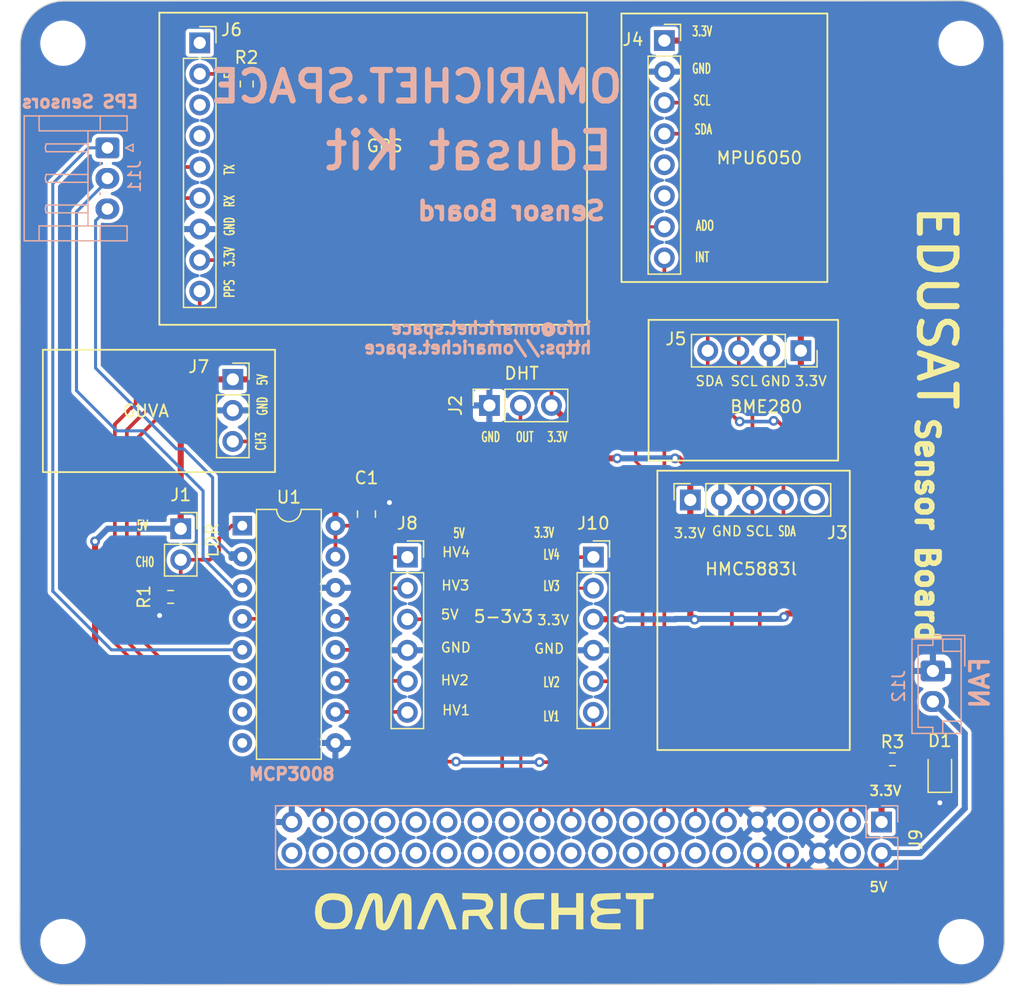
<source format=kicad_pcb>
(kicad_pcb (version 20240108) (generator "pcbnew") (generator_version "8.0")
  (layers (0 "F.Cu" signal) (31 "B.Cu" power) (34 "B.Paste" user) (35 "F.Paste" user) (36 "B.SilkS" user "B.Silkscreen") (37 "F.SilkS" user "F.Silkscreen") (38 "B.Mask" user) (39 "F.Mask" user) (44 "Edge.Cuts" user))
  (net 0 "")
  (net 1 "+5V")
  (net 2 "GND")
  (net 3 "Net-(D1-A)")
  (net 4 "CH0")
  (net 5 "DHTOUT")
  (net 6 "+3.3V")
  (net 7 "SCL")
  (net 8 "SDA")
  (net 12 "ADO")
  (net 13 "INT")
  (net 15 "/EN")
  (net 18 "TX")
  (net 19 "RX")
  (net 20 "PPS")
  (net 21 "CH3")
  (net 22 "CLK")
  (net 23 "MISO")
  (net 24 "MOSI")
  (net 25 "CS")
  (net 32 "RXO1_MOSI")
  (net 34 "RXO_MISO")
  (net 36 "TXI_CLK")
  (net 42 "OE")
  (net 50 "TXI1_CS")
  (net 53 "CH1")
  (net 54 "CH2")
  (net 55 "CH5")
  (net 56 "CH4")
  (footprint "Connector_PinSocket_2.54mm:PinSocket_1x06_P2.54mm_Vertical" (layer "F.Cu") (at 31.695 45.555)
    (property "Reference" "J8" (at 0 -2.77 0) (layer "F.SilkS"))
    (property "Value" "Conn_01x06_LLCA")
    (pad "1" thru_hole rect (at 0 0) (size 1.7 1.7) (drill 1) (layers "*.Cu" "*.Mask") (net 22 "CLK"))
    (pad "2" thru_hole oval (at 0 2.54) (size 1.7 1.7) (drill 1) (layers "*.Cu" "*.Mask") (net 23 "MISO"))
    (pad "3" thru_hole oval (at 0 5.08) (size 1.7 1.7) (drill 1) (layers "*.Cu" "*.Mask") (net 1 "+5V"))
    (pad "4" thru_hole oval (at 0 7.62) (size 1.7 1.7) (drill 1) (layers "*.Cu" "*.Mask") (net 2 "GND"))
    (pad "5" thru_hole oval (at 0 10.16) (size 1.7 1.7) (drill 1) (layers "*.Cu" "*.Mask") (net 24 "MOSI"))
    (pad "6" thru_hole oval (at 0 12.7) (size 1.7 1.7) (drill 1) (layers "*.Cu" "*.Mask") (net 25 "CS"))
  )
  (footprint "Connector_PinSocket_2.54mm:PinSocket_1x09_P2.54mm_Vertical" (layer "F.Cu") (at 14.705 3.47)
    (property "Reference" "J6" (at 2.605 -1.07 0) (layer "F.SilkS"))
    (property "Value" "Conn_01x09_GPS")
    (pad "1" thru_hole rect (at 0 0) (size 1.7 1.7) (drill 1) (layers "*.Cu" "*.Mask"))
    (pad "2" thru_hole oval (at 0 2.54) (size 1.7 1.7) (drill 1) (layers "*.Cu" "*.Mask") (net 15 "/EN"))
    (pad "3" thru_hole oval (at 0 5.08) (size 1.7 1.7) (drill 1) (layers "*.Cu" "*.Mask"))
    (pad "4" thru_hole oval (at 0 7.62) (size 1.7 1.7) (drill 1) (layers "*.Cu" "*.Mask"))
    (pad "5" thru_hole oval (at 0 10.16) (size 1.7 1.7) (drill 1) (layers "*.Cu" "*.Mask") (net 18 "TX"))
    (pad "6" thru_hole oval (at 0 12.7) (size 1.7 1.7) (drill 1) (layers "*.Cu" "*.Mask") (net 19 "RX"))
    (pad "7" thru_hole oval (at 0 15.24) (size 1.7 1.7) (drill 1) (layers "*.Cu" "*.Mask") (net 2 "GND"))
    (pad "8" thru_hole oval (at 0 17.78) (size 1.7 1.7) (drill 1) (layers "*.Cu" "*.Mask") (net 6 "+3.3V"))
    (pad "9" thru_hole oval (at 0 20.32) (size 1.7 1.7) (drill 1) (layers "*.Cu" "*.Mask") (net 20 "PPS"))
  )
  (footprint "MountingHole:MountingHole_3.2mm_M3" (layer "F.Cu") (at 77.02 77.02)
    (property "Reference" "H4" (hide yes))
    (property "Value" "MountingHole")
    (pad "" np_thru_hole circle (at 0 0) (size 3.2 3.2) (drill 3.2) (layers "*.Cu" "*.Mask"))
  )
  (footprint "Connector_PinSocket_2.54mm:PinSocket_1x03_P2.54mm_Vertical" (layer "F.Cu") (at 38.41 33.14 90)
    (property "Reference" "J2" (at 0 -2.77 90) (layer "F.SilkS"))
    (property "Value" "Conn_01x03_DHT")
    (pad "1" thru_hole rect (at 0 0 90) (size 1.7 1.7) (drill 1) (layers "*.Cu" "*.Mask") (net 2 "GND"))
    (pad "2" thru_hole oval (at 0 2.54 90) (size 1.7 1.7) (drill 1) (layers "*.Cu" "*.Mask") (net 5 "DHTOUT"))
    (pad "3" thru_hole oval (at 0 5.08 90) (size 1.7 1.7) (drill 1) (layers "*.Cu" "*.Mask") (net 6 "+3.3V"))
  )
  (footprint "Connector_PinSocket_2.54mm:PinSocket_1x08_P2.54mm_Vertical" (layer "F.Cu") (at 52.725 3.285)
    (property "Reference" "J4" (at -2.575 -0.085 0) (layer "F.SilkS"))
    (property "Value" "Conn_01x08_mpu6050")
    (pad "1" thru_hole rect (at 0 0) (size 1.7 1.7) (drill 1) (layers "*.Cu" "*.Mask") (net 6 "+3.3V"))
    (pad "2" thru_hole oval (at 0 2.54) (size 1.7 1.7) (drill 1) (layers "*.Cu" "*.Mask") (net 2 "GND"))
    (pad "3" thru_hole oval (at 0 5.08) (size 1.7 1.7) (drill 1) (layers "*.Cu" "*.Mask") (net 7 "SCL"))
    (pad "4" thru_hole oval (at 0 7.62) (size 1.7 1.7) (drill 1) (layers "*.Cu" "*.Mask") (net 8 "SDA"))
    (pad "5" thru_hole oval (at 0 10.16) (size 1.7 1.7) (drill 1) (layers "*.Cu" "*.Mask"))
    (pad "6" thru_hole oval (at 0 12.7) (size 1.7 1.7) (drill 1) (layers "*.Cu" "*.Mask"))
    (pad "7" thru_hole oval (at 0 15.24) (size 1.7 1.7) (drill 1) (layers "*.Cu" "*.Mask") (net 12 "ADO"))
    (pad "8" thru_hole oval (at 0 17.78) (size 1.7 1.7) (drill 1) (layers "*.Cu" "*.Mask") (net 13 "INT"))
  )
  (footprint "Connector_PinSocket_2.54mm:PinSocket_1x04_P2.54mm_Vertical" (layer "F.Cu") (at 63.895 28.66 -90)
    (property "Reference" "J5" (at -0.96 10.225 180) (layer "F.SilkS"))
    (property "Value" "Conn_01x04_BME280")
    (pad "1" thru_hole rect (at 0 0 270) (size 1.7 1.7) (drill 1) (layers "*.Cu" "*.Mask") (net 6 "+3.3V"))
    (pad "2" thru_hole oval (at 0 2.54 270) (size 1.7 1.7) (drill 1) (layers "*.Cu" "*.Mask") (net 2 "GND"))
    (pad "3" thru_hole oval (at 0 5.08 270) (size 1.7 1.7) (drill 1) (layers "*.Cu" "*.Mask") (net 7 "SCL"))
    (pad "4" thru_hole oval (at 0 7.62 270) (size 1.7 1.7) (drill 1) (layers "*.Cu" "*.Mask") (net 8 "SDA"))
  )
  (footprint "MountingHole:MountingHole_3.2mm_M3" (layer "F.Cu") (at 3.51 3.5)
    (property "Reference" "H1" (hide yes))
    (property "Value" "MountingHole")
    (pad "" np_thru_hole circle (at 0 0) (size 3.2 3.2) (drill 3.2) (layers "*.Cu" "*.Mask"))
  )
  (footprint "Resistor_SMD:R_0603_1608Metric" (layer "F.Cu") (at 18.55 6.835 -90)
    (property "Reference" "R2" (at -2.165 0.02 180) (layer "F.SilkS"))
    (property "Value" "10K")
    (pad "1" smd roundrect (at -0.825 0 270) (size 0.8 0.95) (layers "F.Cu" "F.Paste" "F.Mask") (net 15 "/EN"))
    (pad "2" smd roundrect (at 0.825 0 270) (size 0.8 0.95) (layers "F.Cu" "F.Paste" "F.Mask") (net 6 "+3.3V"))
  )
  (footprint "Connector_PinSocket_2.54mm:PinSocket_1x02_P2.54mm_Vertical" (layer "F.Cu") (at 13.15 43.23)
    (property "Reference" "J1" (at 0 -2.77 0) (layer "F.SilkS"))
    (property "Value" "Conn_01x02_Light")
    (pad "1" thru_hole rect (at 0 0) (size 1.7 1.7) (drill 1) (layers "*.Cu" "*.Mask") (net 1 "+5V"))
    (pad "2" thru_hole oval (at 0 2.54) (size 1.7 1.7) (drill 1) (layers "*.Cu" "*.Mask") (net 4 "CH0"))
  )
  (footprint "MountingHole:MountingHole_3.2mm_M3" (layer "F.Cu") (at 77.01 3.51)
    (property "Reference" "H2" (hide yes))
    (property "Value" "MountingHole")
    (pad "" np_thru_hole circle (at 0 0) (size 3.2 3.2) (drill 3.2) (layers "*.Cu" "*.Mask"))
  )
  (footprint "LED_SMD:LED_0805_2012Metric" (layer "F.Cu") (at 75.268 63.116 90)
    (property "Reference" "D1" (at 2.54 0 180) (layer "F.SilkS"))
    (property "Value" "LED")
    (pad "1" smd roundrect (at -0.9375 0 90) (size 0.975 1.4) (layers "F.Cu" "F.Paste" "F.Mask") (net 2 "GND"))
    (pad "2" smd roundrect (at 0.9375 0 90) (size 0.975 1.4) (layers "F.Cu" "F.Paste" "F.Mask") (net 3 "Net-(D1-A)"))
  )
  (footprint "Capacitor_SMD:C_0805_2012Metric" (layer "F.Cu") (at 28.35 42.03 90)
    (property "Reference" "C1" (at 2.96 0 0) (layer "F.SilkS"))
    (property "Value" "100n")
    (pad "1" smd roundrect (at -0.95 0 90) (size 1 1.45) (layers "F.Cu" "F.Paste" "F.Mask") (net 1 "+5V"))
    (pad "2" smd roundrect (at 0.95 0 90) (size 1 1.45) (layers "F.Cu" "F.Paste" "F.Mask") (net 2 "GND"))
  )
  (footprint "LOGO" (layer "F.Cu") (at 37.97 74.49)
    (property "Reference" "G***" (hide yes))
    (property "Value" "LOGO" (hide yes))
  )
  (footprint "MountingHole:MountingHole_3.2mm_M3" (layer "F.Cu") (at 3.51 77.01)
    (property "Reference" "H3" (hide yes))
    (property "Value" "MountingHole")
    (pad "" np_thru_hole circle (at 0 0) (size 3.2 3.2) (drill 3.2) (layers "*.Cu" "*.Mask"))
  )
  (footprint "Package_DIP:DIP-16_W7.62mm" (layer "F.Cu") (at 18.19 42.98)
    (property "Reference" "U1" (at 3.81 -2.33 0) (layer "F.SilkS"))
    (property "Value" "MCP3008")
    (pad "1" thru_hole rect (at 0 0) (size 1.6 1.6) (drill 0.8) (layers "*.Cu" "*.Mask") (net 4 "CH0"))
    (pad "2" thru_hole oval (at 0 2.54) (size 1.6 1.6) (drill 0.8) (layers "*.Cu" "*.Mask") (net 53 "CH1"))
    (pad "3" thru_hole oval (at 0 5.08) (size 1.6 1.6) (drill 0.8) (layers "*.Cu" "*.Mask") (net 54 "CH2"))
    (pad "4" thru_hole oval (at 0 7.62) (size 1.6 1.6) (drill 0.8) (layers "*.Cu" "*.Mask") (net 21 "CH3"))
    (pad "5" thru_hole oval (at 0 10.16) (size 1.6 1.6) (drill 0.8) (layers "*.Cu" "*.Mask") (net 56 "CH4"))
    (pad "6" thru_hole oval (at 0 12.7) (size 1.6 1.6) (drill 0.8) (layers "*.Cu" "*.Mask") (net 55 "CH5"))
    (pad "7" thru_hole oval (at 0 15.24) (size 1.6 1.6) (drill 0.8) (layers "*.Cu" "*.Mask"))
    (pad "8" thru_hole oval (at 0 17.78) (size 1.6 1.6) (drill 0.8) (layers "*.Cu" "*.Mask"))
    (pad "9" thru_hole oval (at 7.62 17.78) (size 1.6 1.6) (drill 0.8) (layers "*.Cu" "*.Mask") (net 2 "GND"))
    (pad "10" thru_hole oval (at 7.62 15.24) (size 1.6 1.6) (drill 0.8) (layers "*.Cu" "*.Mask") (net 25 "CS"))
    (pad "11" thru_hole oval (at 7.62 12.7) (size 1.6 1.6) (drill 0.8) (layers "*.Cu" "*.Mask") (net 24 "MOSI"))
    (pad "12" thru_hole oval (at 7.62 10.16) (size 1.6 1.6) (drill 0.8) (layers "*.Cu" "*.Mask") (net 23 "MISO"))
    (pad "13" thru_hole oval (at 7.62 7.62) (size 1.6 1.6) (drill 0.8) (layers "*.Cu" "*.Mask") (net 22 "CLK"))
    (pad "14" thru_hole oval (at 7.62 5.08) (size 1.6 1.6) (drill 0.8) (layers "*.Cu" "*.Mask") (net 2 "GND"))
    (pad "15" thru_hole oval (at 7.62 2.54) (size 1.6 1.6) (drill 0.8) (layers "*.Cu" "*.Mask") (net 1 "+5V"))
    (pad "16" thru_hole oval (at 7.62 0) (size 1.6 1.6) (drill 0.8) (layers "*.Cu" "*.Mask") (net 1 "+5V"))
  )
  (footprint "Resistor_SMD:R_0603_1608Metric" (layer "F.Cu") (at 12.325 48.81 180)
    (property "Reference" "R1" (at 2.185 0 90) (layer "F.SilkS"))
    (property "Value" "10k")
    (pad "1" smd roundrect (at -0.825 0 180) (size 0.8 0.95) (layers "F.Cu" "F.Paste" "F.Mask") (net 4 "CH0"))
    (pad "2" smd roundrect (at 0.825 0 180) (size 0.8 0.95) (layers "F.Cu" "F.Paste" "F.Mask") (net 2 "GND"))
  )
  (footprint "Connector_PinSocket_2.54mm:PinSocket_1x06_P2.54mm_Vertical" (layer "F.Cu") (at 46.915 45.555)
    (property "Reference" "J10" (at 0 -2.77 0) (layer "F.SilkS"))
    (property "Value" "Conn_01x06_LLCB")
    (pad "1" thru_hole rect (at 0 0) (size 1.7 1.7) (drill 1) (layers "*.Cu" "*.Mask") (net 36 "TXI_CLK"))
    (pad "2" thru_hole oval (at 0 2.54) (size 1.7 1.7) (drill 1) (layers "*.Cu" "*.Mask") (net 34 "RXO_MISO"))
    (pad "3" thru_hole oval (at 0 5.08) (size 1.7 1.7) (drill 1) (layers "*.Cu" "*.Mask") (net 6 "+3.3V"))
    (pad "4" thru_hole oval (at 0 7.62) (size 1.7 1.7) (drill 1) (layers "*.Cu" "*.Mask") (net 2 "GND"))
    (pad "5" thru_hole oval (at 0 10.16) (size 1.7 1.7) (drill 1) (layers "*.Cu" "*.Mask") (net 32 "RXO1_MOSI"))
    (pad "6" thru_hole oval (at 0 12.7) (size 1.7 1.7) (drill 1) (layers "*.Cu" "*.Mask") (net 50 "TXI1_CS"))
  )
  (footprint "Connector_PinSocket_2.54mm:PinSocket_1x03_P2.54mm_Vertical" (layer "F.Cu") (at 17.41 31.005)
    (property "Reference" "J7" (at -2.79 -1.035 0) (layer "F.SilkS"))
    (property "Value" "Conn_01x03_GUVA-S12SD")
    (pad "1" thru_hole rect (at 0 0) (size 1.7 1.7) (drill 1) (layers "*.Cu" "*.Mask") (net 1 "+5V"))
    (pad "2" thru_hole oval (at 0 2.54) (size 1.7 1.7) (drill 1) (layers "*.Cu" "*.Mask") (net 2 "GND"))
    (pad "3" thru_hole oval (at 0 5.08) (size 1.7 1.7) (drill 1) (layers "*.Cu" "*.Mask") (net 21 "CH3"))
  )
  (footprint "Resistor_SMD:R_0603_1608Metric" (layer "F.Cu") (at 71.395 62.1)
    (property "Reference" "R3" (at 0 -1.43 0) (layer "F.SilkS"))
    (property "Value" "R")
    (pad "1" smd roundrect (at -0.825 0) (size 0.8 0.95) (layers "F.Cu" "F.Paste" "F.Mask") (net 6 "+3.3V"))
    (pad "2" smd roundrect (at 0.825 0) (size 0.8 0.95) (layers "F.Cu" "F.Paste" "F.Mask") (net 3 "Net-(D1-A)"))
  )
  (footprint "Connector_PinSocket_2.54mm:PinSocket_1x05_P2.54mm_Vertical" (layer "F.Cu") (at 54.85 40.87 90)
    (property "Reference" "J3" (at -2.688 12.036 180) (layer "F.SilkS"))
    (property "Value" "Conn_01x05_HMC5883L")
    (pad "1" thru_hole rect (at 0 0 90) (size 1.7 1.7) (drill 1) (layers "*.Cu" "*.Mask") (net 6 "+3.3V"))
    (pad "2" thru_hole oval (at 0 2.54 90) (size 1.7 1.7) (drill 1) (layers "*.Cu" "*.Mask") (net 2 "GND"))
    (pad "3" thru_hole oval (at 0 5.08 90) (size 1.7 1.7) (drill 1) (layers "*.Cu" "*.Mask") (net 7 "SCL"))
    (pad "4" thru_hole oval (at 0 7.62 90) (size 1.7 1.7) (drill 1) (layers "*.Cu" "*.Mask") (net 8 "SDA"))
    (pad "5" thru_hole oval (at 0 10.16 90) (size 1.7 1.7) (drill 1) (layers "*.Cu" "*.Mask"))
  )
  (footprint "Connector_JST:JST_EH_B2B-EH-A_1x02_P2.50mm_Vertical" (layer "B.Cu") (at 74.7 54.87 -90)
    (property "Reference" "J12" (at 1.25 2.8 90) (layer "B.SilkS") (effects (justify mirror)))
    (property "Value" "Conn_01x02_Pin")
    (pad "1" thru_hole roundrect (at 0 0 270) (size 1.7 2) (drill 1) (layers "*.Cu" "*.Mask") (roundrect_rratio 0.1470588235) (net 2 "GND"))
    (pad "2" thru_hole oval (at 2.5 0 270) (size 1.7 2) (drill 1) (layers "*.Cu" "*.Mask") (net 1 "+5V"))
  )
  (footprint "Connector_JST:JST_EH_S3B-EH_1x03_P2.50mm_Horizontal" (layer "B.Cu") (at 7.15 12.06 -90)
    (property "Reference" "J11" (at 2.34 -2.22 90) (layer "B.SilkS") (effects (justify mirror)))
    (property "Value" "Conn_01x03_Pin")
    (pad "1" thru_hole roundrect (at 0 0 270) (size 1.7 1.95) (drill 0.95) (layers "*.Cu" "*.Mask") (roundrect_rratio 0.1470588235) (net 56 "CH4"))
    (pad "2" thru_hole oval (at 2.5 0 270) (size 1.7 1.95) (drill 0.95) (layers "*.Cu" "*.Mask") (net 54 "CH2"))
    (pad "3" thru_hole oval (at 5 0 270) (size 1.7 1.95) (drill 0.95) (layers "*.Cu" "*.Mask") (net 53 "CH1"))
  )
  (footprint "Connector_PinSocket_2.54mm:PinSocket_2x20_P2.54mm_Vertical" (layer "B.Cu") (at 70.5 67.23 90)
    (property "Reference" "J9" (at -1.42 2.8 -90) (layer "F.SilkS"))
    (property "Value" "Conn_02x20_Odd_Even")
    (pad "1" thru_hole rect (at 0 0 90) (size 1.7 1.7) (drill 1) (layers "*.Cu" "*.Mask") (net 6 "+3.3V"))
    (pad "2" thru_hole oval (at -2.54 0 90) (size 1.7 1.7) (drill 1) (layers "*.Cu" "*.Mask") (net 1 "+5V"))
    (pad "3" thru_hole oval (at 0 -2.54 90) (size 1.7 1.7) (drill 1) (layers "*.Cu" "*.Mask") (net 8 "SDA"))
    (pad "4" thru_hole oval (at -2.54 -2.54 90) (size 1.7 1.7) (drill 1) (layers "*.Cu" "*.Mask"))
    (pad "5" thru_hole oval (at 0 -5.08 90) (size 1.7 1.7) (drill 1) (layers "*.Cu" "*.Mask") (net 7 "SCL"))
    (pad "6" thru_hole circle (at -2.54 -5.08 90) (size 1.7 1.7) (drill 1) (layers "*.Cu" "*.Mask") (net 2 "GND"))
    (pad "7" thru_hole oval (at 0 -7.62 90) (size 1.7 1.7) (drill 1) (layers "*.Cu" "*.Mask"))
    (pad "8" thru_hole oval (at -2.54 -7.62 90) (size 1.7 1.7) (drill 1) (layers "*.Cu" "*.Mask") (net 18 "TX"))
    (pad "9" thru_hole oval (at 0 -10.16 90) (size 1.7 1.7) (drill 1) (layers "*.Cu" "*.Mask") (net 2 "GND"))
    (pad "10" thru_hole oval (at -2.54 -10.16 90) (size 1.7 1.7) (drill 1) (layers "*.Cu" "*.Mask") (net 19 "RX"))
    (pad "11" thru_hole oval (at 0 -12.7 90) (size 1.7 1.7) (drill 1) (layers "*.Cu" "*.Mask") (net 13 "INT"))
    (pad "12" thru_hole oval (at -2.54 -12.7 90) (size 1.7 1.7) (drill 1) (layers "*.Cu" "*.Mask"))
    (pad "13" thru_hole oval (at 0 -15.24 90) (size 1.7 1.7) (drill 1) (layers "*.Cu" "*.Mask") (net 12 "ADO"))
    (pad "14" thru_hole oval (at -2.54 -15.24 90) (size 1.7 1.7) (drill 1) (layers "*.Cu" "*.Mask"))
    (pad "15" thru_hole oval (at 0 -17.78 90) (size 1.7 1.7) (drill 1) (layers "*.Cu" "*.Mask") (net 5 "DHTOUT"))
    (pad "16" thru_hole oval (at -2.54 -17.78 90) (size 1.7 1.7) (drill 1) (layers "*.Cu" "*.Mask") (net 20 "PPS"))
    (pad "17" thru_hole oval (at 0 -20.32 90) (size 1.7 1.7) (drill 1) (layers "*.Cu" "*.Mask"))
    (pad "18" thru_hole oval (at -2.54 -20.32 90) (size 1.7 1.7) (drill 1) (layers "*.Cu" "*.Mask"))
    (pad "19" thru_hole oval (at 0 -22.86 90) (size 1.7 1.7) (drill 1) (layers "*.Cu" "*.Mask") (net 32 "RXO1_MOSI"))
    (pad "20" thru_hole oval (at -2.54 -22.86 90) (size 1.7 1.7) (drill 1) (layers "*.Cu" "*.Mask"))
    (pad "21" thru_hole oval (at 0 -25.4 90) (size 1.7 1.7) (drill 1) (layers "*.Cu" "*.Mask") (net 34 "RXO_MISO"))
    (pad "22" thru_hole oval (at -2.54 -25.4 90) (size 1.7 1.7) (drill 1) (layers "*.Cu" "*.Mask"))
    (pad "23" thru_hole oval (at 0 -27.94 90) (size 1.7 1.7) (drill 1) (layers "*.Cu" "*.Mask") (net 36 "TXI_CLK"))
    (pad "24" thru_hole oval (at -2.54 -27.94 90) (size 1.7 1.7) (drill 1) (layers "*.Cu" "*.Mask"))
    (pad "25" thru_hole oval (at 0 -30.48 90) (size 1.7 1.7) (drill 1) (layers "*.Cu" "*.Mask"))
    (pad "26" thru_hole oval (at -2.54 -30.48 90) (size 1.7 1.7) (drill 1) (layers "*.Cu" "*.Mask"))
    (pad "27" thru_hole oval (at 0 -33.02 90) (size 1.7 1.7) (drill 1) (layers "*.Cu" "*.Mask"))
    (pad "28" thru_hole oval (at -2.54 -33.02 90) (size 1.7 1.7) (drill 1) (layers "*.Cu" "*.Mask"))
    (pad "29" thru_hole oval (at 0 -35.56 90) (size 1.7 1.7) (drill 1) (layers "*.Cu" "*.Mask") (net 42 "OE"))
    (pad "30" thru_hole oval (at -2.54 -35.56 90) (size 1.7 1.7) (drill 1) (layers "*.Cu" "*.Mask"))
    (pad "31" thru_hole oval (at 0 -38.1 90) (size 1.7 1.7) (drill 1) (layers "*.Cu" "*.Mask"))
    (pad "32" thru_hole oval (at -2.54 -38.1 90) (size 1.7 1.7) (drill 1) (layers "*.Cu" "*.Mask"))
    (pad "33" thru_hole oval (at 0 -40.64 90) (size 1.7 1.7) (drill 1) (layers "*.Cu" "*.Mask"))
    (pad "34" thru_hole oval (at -2.54 -40.64 90) (size 1.7 1.7) (drill 1) (layers "*.Cu" "*.Mask"))
    (pad "35" thru_hole oval (at 0 -43.18 90) (size 1.7 1.7) (drill 1) (layers "*.Cu" "*.Mask"))
    (pad "36" thru_hole oval (at -2.54 -43.18 90) (size 1.7 1.7) (drill 1) (layers "*.Cu" "*.Mask"))
    (pad "37" thru_hole oval (at 0 -45.72 90) (size 1.7 1.7) (drill 1) (layers "*.Cu" "*.Mask") (net 50 "TXI1_CS"))
    (pad "38" thru_hole oval (at -2.54 -45.72 90) (size 1.7 1.7) (drill 1) (layers "*.Cu" "*.Mask"))
    (pad "39" thru_hole oval (at 0 -48.26 90) (size 1.7 1.7) (drill 1) (layers "*.Cu" "*.Mask") (net 2 "GND"))
    (pad "40" thru_hole oval (at -2.54 -48.26 90) (size 1.7 1.7) (drill 1) (layers "*.Cu" "*.Mask"))
  )
  (gr_rect (start 51.435 26.14) (end 66.945 37.65) (stroke (width 0.15)) (fill none) (layer "F.SilkS"))
  (gr_rect (start 1.87 28.585) (end 20.87 38.595) (stroke (width 0.15)) (fill none) (layer "F.SilkS"))
  (gr_rect (start 52.154 38.478) (end 67.902 61.338) (stroke (width 0.15)) (fill none) (layer "F.SilkS"))
  (gr_rect (start 49.215 1.07) (end 66.065 23.04) (stroke (width 0.15)) (fill none) (layer "F.SilkS"))
  (gr_rect (start 11.4 1) (end 46.4 26.54) (stroke (width 0.15)) (fill none) (layer "F.SilkS"))
  (gr_line (start 0.02 3.67) (end -0.02 76.95) (stroke (width 0.1)) (layer "Edge.Cuts"))
  (gr_arc (start 80.55 77.01) (mid 79.527803 79.477803) (end 77.06 80.5) (stroke (width 0.1)) (layer "Edge.Cuts"))
  (gr_line (start 80.489215 3.654059) (end 80.55 77.01) (stroke (width 0.1)) (layer "Edge.Cuts"))
  (gr_line (start 3.57 80.54) (end 77.06 80.5) (stroke (width 0.1)) (layer "Edge.Cuts"))
  (gr_arc (start 76.859232 0.012821) (mid 79.429972 1.080012) (end 80.489215 3.654059) (stroke (width 0.1)) (layer "Edge.Cuts"))
  (gr_line (start 3.661238 0.040017) (end 73.23 0.03) (stroke (width 0.1)) (layer "Edge.Cuts"))
  (gr_arc (start 3.57 80.54) (mid 1.031487 79.488513) (end -0.02 76.95) (stroke (width 0.1)) (layer "Edge.Cuts"))
  (gr_line (start 73.23 0.03) (end 76.859232 0.012821) (stroke (width 0.1)) (layer "Edge.Cuts"))
  (gr_arc (start 0.02 3.67) (mid 1.087179 1.099232) (end 3.661238 0.040017) (stroke (width 0.1)) (layer "Edge.Cuts"))
  (gr_text "OMARICHET.SPACE" (at 49.55 8.52 0) (layer "B.SilkS") (effects (font (size 2.5 2.5) (thickness 0.5) (bold yes)) (justify left bottom mirror)))
  (gr_text "EPS Sensors" (at 9.8 8.88 0) (layer "B.SilkS") (effects (font (size 1 1) (thickness 0.25) (bold yes)) (justify left bottom mirror)))
  (gr_text "info@omarichet.space\nhttps://omarichet.space" (at 46.91 29 0) (layer "B.SilkS") (effects (font (size 1 1) (thickness 0.25) (bold yes)) (justify left bottom mirror)))
  (gr_text "FAN" (at 79.42 53.57 90) (layer "B.SilkS") (effects (font (size 1.5 1.5) (thickness 0.3) (bold yes)) (justify left bottom mirror)))
  (gr_text "Edusat Kit" (at 48.8 14.06 0) (layer "B.SilkS") (effects (font (size 3 3) (thickness 0.5) (bold yes)) (justify left bottom mirror)))
  (gr_text "Sensor Board" (at 48.05 18.1 0) (layer "B.SilkS") (effects (font (size 1.5 1.5) (thickness 0.375) (bold yes)) (justify left bottom mirror)))
  (gr_text "MCP3008" (at 18.6 63.9 0) (layer "B.SilkS") (effects (font (size 1 1) (thickness 0.25) (bold yes)) (justify left bottom)))
  (gr_text "5V" (at 69.426 73.022 0) (layer "F.SilkS") (effects (font (size 0.8 0.8)) (justify left bottom)))
  (gr_text "RX" (at 17.61 16.99 90) (layer "F.SilkS") (effects (font (size 0.8 0.5) (thickness 0.125)) (justify left bottom)))
  (gr_text "INT" (at 55.17 21.48 0) (layer "F.SilkS") (effects (font (size 0.8 0.5) (thickness 0.125)) (justify left bottom)))
  (gr_text "GND" (at 34.36 53.42 0) (layer "F.SilkS") (effects (font (size 0.8 0.8) (thickness 0.125)) (justify left bottom)))
  (gr_text "5-3v3" (at 37.04 51 0) (layer "F.SilkS") (effects (font (size 1 1)) (justify left bottom)))
  (gr_text "GND" (at 60.536 31.62 0) (layer "F.SilkS") (effects (font (size 0.8 0.8) (thickness 0.125)) (justify left bottom)))
  (gr_text "EDUSAT" (at 73.24 16.54 270) (layer "F.SilkS") (effects (font (size 3 3) (thickness 0.5) (bold yes)) (justify left bottom)))
  (gr_text "GND" (at 37.67 36.192 0) (layer "F.SilkS") (effects (font (size 0.8 0.5) (thickness 0.125)) (justify left bottom)))
  (gr_text "3.3V" (at 41.994 44.02 0) (layer "F.SilkS") (effects (font (size 0.8 0.5) (thickness 0.125)) (justify left bottom)))
  (gr_text "CH0" (at 9.39 46.42 0) (layer "F.SilkS") (effects (font (size 0.8 0.5) (thickness 0.125)) (justify left bottom)))
  (gr_text "5V" (at 9.49 43.43 0) (layer "F.SilkS") (effects (font (size 0.8 0.5) (thickness 0.125)) (justify left bottom)))
  (gr_text "5V" (at 34.36 50.72 0) (layer "F.SilkS") (effects (font (size 0.8 0.8) (thickness 0.125)) (justify left bottom)))
  (gr_text "3.3V" (at 53.424 44.066 0) (layer "F.SilkS") (effects (font (size 0.8 0.8) (thickness 0.125)) (justify left bottom)))
  (gr_text "LV2" (at 42.756 56.258 0) (layer "F.SilkS") (effects (font (size 0.8 0.5) (thickness 0.125)) (justify left bottom)))
  (gr_text "3.3V" (at 43.08 36.192 0) (layer "F.SilkS") (effects (font (size 0.8 0.5) (thickness 0.125)) (justify left bottom)))
  (gr_text "MPU6050" (at 56.9 13.47 0) (layer "F.SilkS") (effects (font (size 1 1)) (justify left bottom)))
  (gr_text "SCL" (at 55.03 8.65 0) (layer "F.SilkS") (effects (font (size 0.8 0.5) (thickness 0.125)) (justify left bottom)))
  (gr_text "LV4" (at 42.756 45.82 0) (layer "F.SilkS") (effects (font (size 0.8 0.5) (thickness 0.125)) (justify left bottom)))
  (gr_text "3.3V" (at 54.93 3 0) (layer "F.SilkS") (effects (font (size 0.8 0.5) (thickness 0.125)) (justify left bottom)))
  (gr_text "GND" (at 17.61 19.34 90) (layer "F.SilkS") (effects (font (size 0.8 0.5) (thickness 0.125)) (justify left bottom)))
  (gr_text "GND" (at 56.54 43.9 0) (layer "F.SilkS") (effects (font (size 0.8 0.8) (thickness 0.125)) (justify left bottom)))
  (gr_text "OUT" (at 40.51 36.192 0) (layer "F.SilkS") (effects (font (size 0.8 0.5) (thickness 0.125)) (justify left bottom)))
  (gr_text "HMC5883l" (at 55.964 47.114 0) (layer "F.SilkS") (effects (font (size 1 1)) (justify left bottom)))
  (gr_text "BME280" (at 58.02 33.83 0) (layer "F.SilkS") (effects (font (size 1 1)) (justify left bottom)))
  (gr_text "LDR" (at 16.31 45.67 90) (layer "F.SilkS") (effects (font (size 1 1)) (justify left bottom)))
  (gr_text "3.3V" (at 17.61 21.87 90) (layer "F.SilkS") (effects (font (size 0.8 0.5) (thickness 0.125)) (justify left bottom)))
  (gr_text "HV3" (at 34.4 48.34 0) (layer "F.SilkS") (effects (font (size 0.8 0.8) (thickness 0.125)) (justify left bottom)))
  (gr_text "5V" (at 20.31 31.57 90) (layer "F.SilkS") (effects (font (size 0.8 0.5) (thickness 0.125)) (justify left bottom)))
  (gr_text "LV3" (at 42.756 48.384 0) (layer "F.SilkS") (effects (font (size 0.8 0.5) (thickness 0.125)) (justify left bottom)))
  (gr_text "EN" (at 17.61 6.474 90) (layer "F.SilkS") (effects (font (size 0.8 0.5) (thickness 0.125)) (justify left bottom)))
  (gr_text "3.3V" (at 63.33 31.62 0) (layer "F.SilkS") (effects (font (size 0.8 0.8) (thickness 0.125)) (justify left bottom)))
  (gr_text "TX" (at 17.61 14.36 90) (layer "F.SilkS") (effects (font (size 0.8 0.5) (thickness 0.125)) (justify left bottom)))
  (gr_text "GPS" (at 28.26 12.49 0) (layer "F.SilkS") (effects (font (size 1 1)) (justify left bottom)))
  (gr_text "DHT" (at 39.54 31.1 0) (layer "F.SilkS") (effects (font (size 1 1)) (justify left bottom)))
  (gr_text "SDA" (at 55.202 31.62 0) (layer "F.SilkS") (effects (font (size 0.8 0.8) (thickness 0.125)) (justify left bottom)))
  (gr_text "SCL" (at 58.07 31.62 0) (layer "F.SilkS") (effects (font (size 0.8 0.8) (thickness 0.125)) (justify left bottom)))
  (gr_text "Sensor Board" (at 73.17 33.93 270) (layer "F.SilkS") (effects (font (size 1.8 1.8) (thickness 0.45) (bold yes)) (justify left bottom)))
  (gr_text "SCL" (at 59.3 43.9 0) (layer "F.SilkS") (effects (font (size 0.8 0.8) (thickness 0.125)) (justify left bottom)))
  (gr_text "GND" (at 54.93 6.05 0) (layer "F.SilkS") (effects (font (size 0.8 0.5) (thickness 0.125)) (justify left bottom)))
  (gr_text "HV1" (at 34.46 58.55 0) (layer "F.SilkS") (effects (font (size 0.8 0.8) (thickness 0.125)) (justify left bottom)))
  (gr_text "PPS" (at 17.61 24.4 90) (layer "F.SilkS") (effects (font (size 0.8 0.5) (thickness 0.125)) (justify left bottom)))
  (gr_text "ADO" (at 55.24 18.9 0) (layer "F.SilkS") (effects (font (size 0.8 0.5) (thickness 0.125)) (justify left bottom)))
  (gr_text "GND" (at 41.994 53.51 0) (layer "F.SilkS") (effects (font (size 0.8 0.8) (thickness 0.125)) (justify left bottom)))
  (gr_text "CH3" (at 20.18 36.91 90) (layer "F.SilkS") (effects (font (size 0.8 0.5) (thickness 0.125)) (justify left bottom)))
  (gr_text "SDA" (at 55.13 11.02 0) (layer "F.SilkS") (effects (font (size 0.8 0.5) (thickness 0.125)) (justify left bottom)))
  (gr_text "HV2" (at 34.35 56.1 0) (layer "F.SilkS") (effects (font (size 0.8 0.8) (thickness 0.125)) (justify left bottom)))
  (gr_text "HV4" (at 34.46 45.62 0) (layer "F.SilkS") (effects (font (size 0.8 0.8) (thickness 0.125)) (justify left bottom)))
  (gr_text "LV1" (at 42.756 59.052 0) (layer "F.SilkS") (effects (font (size 0.8 0.5) (thickness 0.125)) (justify left bottom)))
  (gr_text "GUVA" (at 8.32 34.18 0) (layer "F.SilkS") (effects (font (size 1 1)) (justify left bottom)))
  (gr_text "3.3V" (at 69.426 65.148 0) (layer "F.SilkS") (effects (font (size 0.8 0.8)) (justify left bottom)))
  (gr_text "GND" (at 20.31 34.04 90) (layer "F.SilkS") (effects (font (size 0.8 0.5) (thickness 0.125)) (justify left bottom)))
  (gr_text "SDA" (at 61.98 43.91 0) (layer "F.SilkS") (effects (font (size 0.8 0.5) (thickness 0.125)) (justify left bottom)))
  (gr_text "5V" (at 35.39 44.066 0) (layer "F.SilkS") (effects (font (size 0.8 0.5) (thickness 0.125)) (justify left bottom)))
  (gr_text "3.3V" (at 42.248 51.178 0) (layer "F.SilkS") (effects (font (size 0.8 0.8) (thickness 0.125)) (justify left bottom)))
  (segment (start 66.792 75.91) (end 70.5 72.202) (width 0.5) (layer "F.Cu") (net 1))
  (segment (start 6.14 54.2) (end 8.23 56.29) (width 0.5) (layer "F.Cu") (net 1))
  (segment (start 35.75 49.03) (end 34.145 50.635) (width 0.3) (layer "F.Cu") (net 1))
  (segment (start 25.81 42.98) (end 28.35 42.98) (width 0.3) (layer "F.Cu") (net 1))
  (segment (start 17.41 31.005) (end 15.195 31.005) (width 0.5) (layer "F.Cu") (net 1))
  (segment (start 12.91 75.91) (end 66.792 75.91) (width 0.5) (layer "F.Cu") (net 1))
  (segment (start 21.225 31.005) (end 25.81 35.59) (width 0.5) (layer "F.Cu") (net 1))
  (segment (start 17.41 31.005) (end 21.225 31.005) (width 0.5) (layer "F.Cu") (net 1))
  (segment (start 25.81 35.59) (end 25.81 42.98) (width 0.5) (layer "F.Cu") (net 1))
  (segment (start 28.35 42.98) (end 34.7 42.98) (width 0.3) (layer "F.Cu") (net 1))
  (segment (start 25.81 42.98) (end 25.81 45.52) (width 0.3) (layer "F.Cu") (net 1))
  (segment (start 8.23 56.29) (end 8.23 71.23) (width 0.5) (layer "F.Cu") (net 1))
  (segment (start 6.14 44.26) (end 6.14 53.34) (width 0.5) (layer "F.Cu") (net 1))
  (segment (start 8.23 71.23) (end 12.91 75.91) (width 0.5) (layer "F.Cu") (net 1))
  (segment (start 34.7 42.98) (end 35.75 44.03) (width 0.3) (layer "F.Cu") (net 1))
  (segment (start 70.5 72.202) (end 70.5 69.77) (width 0.5) (layer "F.Cu") (net 1))
  (segment (start 15.195 31.005) (end 13.15 33.05) (width 0.5) (layer "F.Cu") (net 1))
  (segment (start 34.145 50.635) (end 31.695 50.635) (width 0.3) (layer "F.Cu") (net 1))
  (segment (start 35.75 44.03) (end 35.75 49.03) (width 0.3) (layer "F.Cu") (net 1))
  (segment (start 6.14 53.34) (end 6.14 54.2) (width 0.5) (layer "F.Cu") (net 1))
  (segment (start 13.15 33.05) (end 13.15 43.23) (width 0.5) (layer "F.Cu") (net 1))
  (via (at 6.14 44.26) (size 0.8) (drill 0.4) (layers "F.Cu" "B.Cu") (net 1))
  (segment (start 74.7 57.37) (end 77.31 59.98) (width 0.5) (layer "B.Cu") (net 1))
  (segment (start 6.14 44.26) (end 7.17 43.23) (width 0.5) (layer "B.Cu") (net 1))
  (segment (start 77.31 59.98) (end 77.31 66.12) (width 0.5) (layer "B.Cu") (net 1))
  (segment (start 77.31 66.12) (end 73.66 69.77) (width 0.5) (layer "B.Cu") (net 1))
  (segment (start 73.66 69.77) (end 70.5 69.77) (width 0.5) (layer "B.Cu") (net 1))
  (segment (start 7.17 43.23) (end 13.15 43.23) (width 0.5) (layer "B.Cu") (net 1))
  (segment (start 30.22 41.08) (end 30.23 41.09) (width 0.3) (layer "F.Cu") (net 2))
  (segment (start 75.268 64.0535) (end 75.268 65.656) (width 0.25) (layer "F.Cu") (net 2))
  (segment (start 11.5 48.81) (end 11.5 50.25) (width 0.3) (layer "F.Cu") (net 2))
  (segment (start 28.35 41.08) (end 30.22 41.08) (width 0.3) (layer "F.Cu") (net 2))
  (segment (start 11.5 50.25) (end 11.42 50.33) (width 0.3) (layer "F.Cu") (net 2))
  (via (at 11.42 50.33) (size 0.8) (drill 0.4) (layers "F.Cu" "B.Cu") (net 2))
  (via (at 30.23 41.09) (size 0.8) (drill 0.4) (layers "F.Cu" "B.Cu") (net 2))
  (via (at 75.268 65.656) (size 0.8) (drill 0.4) (layers "F.Cu" "B.Cu") (net 2))
  (segment (start 72.22 62.1) (end 75.1895 62.1) (width 0.25) (layer "F.Cu") (net 3))
  (segment (start 75.1895 62.1) (end 75.268 62.1785) (width 0.25) (layer "F.Cu") (net 3))
  (segment (start 13.15 45.77) (end 13.15 48.81) (width 0.3) (layer "F.Cu") (net 4))
  (segment (start 16.29 45.02) (end 15.54 45.77) (width 0.3) (layer "F.Cu") (net 4))
  (segment (start 18.19 42.98) (end 17.33 42.98) (width 0.3) (layer "F.Cu") (net 4))
  (segment (start 15.54 45.77) (end 13.15 45.77) (width 0.3) (layer "F.Cu") (net 4))
  (segment (start 16.29 44.02) (end 16.29 45.02) (width 0.3) (layer "F.Cu") (net 4))
  (segment (start 17.33 42.98) (end 16.29 44.02) (width 0.3) (layer "F.Cu") (net 4))
  (segment (start 50.94 55.044) (end 52.72 56.824) (width 0.3) (layer "F.Cu") (net 5))
  (segment (start 52.72 56.824) (end 52.72 67.23) (width 0.3) (layer "F.Cu") (net 5))
  (segment (start 42.47 36.59) (end 45.82 36.59) (width 0.3) (layer "F.Cu") (net 5))
  (segment (start 50.94 41.71) (end 50.94 55.044) (width 0.3) (layer "F.Cu") (net 5))
  (segment (start 40.95 35.07) (end 42.47 36.59) (width 0.3) (layer "F.Cu") (net 5))
  (segment (start 45.82 36.59) (end 50.94 41.71) (width 0.3) (layer "F.Cu") (net 5))
  (segment (start 40.95 33.14) (end 40.95 35.07) (width 0.3) (layer "F.Cu") (net 5))
  (segment (start 43.49 33.14) (end 47.82 37.47) (width 0.5) (layer "F.Cu") (net 6))
  (segment (start 54.85 40.87) (end 54.85 50.318) (width 0.5) (layer "F.Cu") (net 6))
  (segment (start 41.07 27.8) (end 43.49 30.22) (width 0.3) (layer "F.Cu") (net 6))
  (segment (start 49.195 50.635) (end 49.2 50.64) (width 0.5) (layer "F.Cu") (net 6))
  (segment (start 54.85 50.318) (end 55.202 50.67) (width 0.5) (layer "F.Cu") (net 6))
  (segment (start 68.24 50.162) (end 68.24 57.866) (width 0.5) (layer "F.Cu") (net 6))
  (segment (start 53.92 37.47) (end 54.85 38.4) (width 0.5) (layer "F.Cu") (net 6))
  (segment (start 59.605 3.285) (end 63.895 7.575) (width 0.5) (layer "F.Cu") (net 6))
  (segment (start 70.57 62.1) (end 70.5 62.17) (width 0.5) (layer "F.Cu") (net 6))
  (segment (start 47.82 37.47) (end 48.87 37.47) (width 0.5) (layer "F.Cu") (net 6))
  (segment (start 68.24 50.162) (end 62.798 50.162) (width 0.5) (layer "F.Cu") (net 6))
  (segment (start 54.85 38.4) (end 54.85 40.87) (width 0.5) (layer "F.Cu") (net 6))
  (segment (start 52.725 3.285) (end 59.605 3.285) (width 0.5) (layer "F.Cu") (net 6))
  (segment (start 53.6 37.47) (end 53.92 37.47) (width 0.5) (layer "F.Cu") (net 6))
  (segment (start 63.895 31.515) (end 68.24 35.86) (width 0.5) (layer "F.Cu") (net 6))
  (segment (start 43.49 30.22) (end 43.49 33.14) (width 0.3) (layer "F.Cu") (net 6))
  (segment (start 62.798 50.162) (end 62.52 50.44) (width 0.5) (layer "F.Cu") (net 6))
  (segment (start 70.5 62.17) (end 70.5 67.23) (width 0.5) (layer "F.Cu") (net 6))
  (segment (start 24.69 27.8) (end 41.07 27.8) (width 0.3) (layer "F.Cu") (net 6))
  (segment (start 18.14 21.25) (end 24.69 27.8) (width 0.3) (layer "F.Cu") (net 6))
  (segment (start 68.24 35.86) (end 68.24 50.162) (width 0.5) (layer "F.Cu") (net 6))
  (segment (start 63.895 28.66) (end 63.895 31.515) (width 0.5) (layer "F.Cu") (net 6))
  (segment (start 18.55 7.66) (end 18.55 19.41) (width 0.3) (layer "F.Cu") (net 6))
  (segment (start 16.71 21.25) (end 14.705 21.25) (width 0.3) (layer "F.Cu") (net 6))
  (segment (start 70.57 60.196) (end 70.57 62.1) (width 0.5) (layer "F.Cu") (net 6))
  (segment (start 68.24 57.866) (end 70.57 60.196) (width 0.5) (layer "F.Cu") (net 6))
  (segment (start 18.55 19.41) (end 16.71 21.25) (width 0.3) (layer "F.Cu") (net 6))
  (segment (start 63.895 7.575) (end 63.895 28.66) (width 0.5) (layer "F.Cu") (net 6))
  (segment (start 46.915 50.635) (end 49.195 50.635) (width 0.5) (layer "F.Cu") (net 6))
  (segment (start 16.71 21.25) (end 18.14 21.25) (width 0.3) (layer "F.Cu") (net 6))
  (via (at 53.6 37.47) (size 0.8) (drill 0.4) (layers "F.Cu" "B.Cu") (net 6))
  (via (at 49.2 50.64) (size 0.8) (drill 0.4) (layers "F.Cu" "B.Cu") (net 6))
  (via (at 48.87 37.47) (size 0.8) (drill 0.4) (layers "F.Cu" "B.Cu") (net 6))
  (via (at 62.52 50.44) (size 0.8) (drill 0.4) (layers "F.Cu" "B.Cu") (net 6))
  (via (at 55.202 50.67) (size 0.8) (drill 0.4) (layers "F.Cu" "B.Cu") (net 6))
  (segment (start 62.35 50.61) (end 62.52 50.44) (width 0.5) (layer "B.Cu") (net 6))
  (segment (start 53.65 50.61) (end 62.35 50.61) (width 0.5) (layer "B.Cu") (net 6))
  (segment (start 53.62 50.64) (end 53.65 50.61) (width 0.5) (layer "B.Cu") (net 6))
  (segment (start 53.6 37.47) (end 48.87 37.47) (width 0.5) (layer "B.Cu") (net 6))
  (segment (start 49.2 50.64) (end 53.62 50.64) (width 0.5) (layer "B.Cu") (net 6))
  (segment (start 59.93 33.11) (end 59.93 40.87) (width 0.3) (layer "F.Cu") (net 7))
  (segment (start 55.225 8.365) (end 58.815 11.955) (width 0.3) (layer "F.Cu") (net 7))
  (segment (start 58.815 31.975) (end 59.94 33.1) (width 0.3) (layer "F.Cu") (net 7))
  (segment (start 58.25 44.574) (end 58.25 55.75) (width 0.3) (layer "F.Cu") (net 7))
  (segment (start 52.725 8.365) (end 55.225 8.365) (width 0.3) (layer "F.Cu") (net 7))
  (segment (start 59.94 33.1) (end 59.93 33.11) (width 0.3) (layer "F.Cu") (net 7))
  (segment (start 58.815 28.66) (end 58.815 31.975) (width 0.3) (layer "F.Cu") (net 7))
  (segment (start 65.42 62.92) (end 65.42 67.23) (width 0.3) (layer "F.Cu") (net 7))
  (segment (start 59.93 42.894) (end 58.25 44.574) (width 0.3) (layer "F.Cu") (net 7))
  (segment (start 58.815 11.955) (end 58.815 28.66) (width 0.3) (layer "F.Cu") (net 7))
  (segment (start 59.93 40.87) (end 59.93 42.894) (width 0.3) (layer "F.Cu") (net 7))
  (segment (start 58.25 55.75) (end 65.42 62.92) (width 0.3) (layer "F.Cu") (net 7))
  (segment (start 61.99 34.41) (end 61.75 34.41) (width 0.3) (layer "F.Cu") (net 8))
  (segment (start 62.47 34.89) (end 62.47 40.87) (width 0.3) (layer "F.Cu") (net 8))
  (segment (start 56.275 31.935) (end 57.4 33.06) (width 0.3) (layer "F.Cu") (net 8))
  (segment (start 60.536 54.988) (end 67.96 62.412) (width 0.3) (layer "F.Cu") (net 8))
  (segment (start 52.725 10.905) (end 55.055 10.905) (width 0.3) (layer "F.Cu") (net 8))
  (segment (start 61.73 34.41) (end 61.74 34.41) (width 0.3) (layer "F.Cu") (net 8))
  (segment (start 58.89 34.46) (end 58.89 34.4) (width 0.3) (layer "F.Cu") (net 8))
  (segment (start 60.536 45.336) (end 60.536 54.988) (width 0.3) (layer "F.Cu") (net 8))
  (segment (start 62.47 43.402) (end 60.536 45.336) (width 0.3) (layer "F.Cu") (net 8))
  (segment (start 57.42 33.06) (end 58.76 34.4) (width 0.3) (layer "F.Cu") (net 8))
  (segment (start 58.76 34.4) (end 58.89 34.46) (width 0.3) (layer "F.Cu") (net 8))
  (segment (start 55.055 10.905) (end 56.275 12.125) (width 0.3) (layer "F.Cu") (net 8))
  (segment (start 57.4 33.06) (end 57.42 33.06) (width 0.3) (layer "F.Cu") (net 8))
  (segment (start 56.275 28.66) (end 56.275 31.935) (width 0.3) (layer "F.Cu") (net 8))
  (segment (start 61.67 34.4) (end 61.73 34.41) (width 0.3) (layer "F.Cu") (net 8))
  (segment (start 61.75 34.41) (end 61.67 34.4) (width 0.3) (layer "F.Cu") (net 8))
  (segment (start 67.96 62.412) (end 67.96 67.23) (width 0.3) (layer "F.Cu") (net 8))
  (segment (start 62.47 40.87) (end 62.47 43.402) (width 0.3) (layer "F.Cu") (net 8))
  (segment (start 62.47 34.89) (end 61.99 34.41) (width 0.3) (layer "F.Cu") (net 8))
  (segment (start 56.275 12.125) (end 56.275 28.66) (width 0.3) (layer "F.Cu") (net 8))
  (via (at 61.67 34.4) (size 0.8) (drill 0.4) (layers "F.Cu" "B.Cu") (net 8))
  (via (at 58.89 34.46) (size 0.8) (drill 0.4) (layers "F.Cu" "B.Cu") (net 8))
  (segment (start 61.61 34.46) (end 61.67 34.4) (width 0.3) (layer "B.Cu") (net 8))
  (segment (start 58.89 34.46) (end 61.61 34.46) (width 0.3) (layer "B.Cu") (net 8))
  (segment (start 51.9 39.24) (end 51.9 54.226) (width 0.25) (layer "F.Cu") (net 12))
  (segment (start 50.376 37.716) (end 51.9 39.24) (width 0.25) (layer "F.Cu") (net 12))
  (segment (start 51.9 54.226) (end 55.26 57.586) (width 0.25) (layer "F.Cu") (net 12))
  (segment (start 52.725 18.525) (end 51.279 18.525) (width 0.25) (layer "F.Cu") (net 12))
  (segment (start 51.279 18.525) (end 50.376 19.428) (width 0.25) (layer "F.Cu") (net 12))
  (segment (start 55.26 57.586) (end 55.26 67.23) (width 0.25) (layer "F.Cu") (net 12))
  (segment (start 50.376 19.428) (end 50.376 37.716) (width 0.25) (layer "F.Cu") (net 12))
  (segment (start 52.725 21.065) (end 52.725 53.527) (width 0.3) (layer "F.Cu") (net 13))
  (segment (start 57.8 58.602) (end 57.8 67.23) (width 0.3) (layer "F.Cu") (net 13))
  (segment (start 52.725 53.527) (end 57.8 58.602) (width 0.3) (layer "F.Cu") (net 13))
  (segment (start 14.705 6.01) (end 18.55 6.01) (width 0.3) (layer "F.Cu") (net 15))
  (segment (start 9.48 31.9) (end 9.46 31.92) (width 0.3) (layer "F.Cu") (net 18))
  (segment (start 7.76 52.57) (end 10.39 55.2) (width 0.3) (layer "F.Cu") (net 18))
  (segment (start 62.88 72.202) (end 62.88 69.77) (width 0.3) (layer "F.Cu") (net 18))
  (segment (start 12.88 13.63) (end 9.48 17.03) (width 0.3) (layer "F.Cu") (net 18))
  (segment (start 13.34 74.35) (end 60.732 74.35) (width 0.3) (layer "F.Cu") (net 18))
  (segment (start 10.43 71.44) (end 13.34 74.35) (width 0.3) (layer "F.Cu") (net 18))
  (segment (start 9.46 32.98) (end 7.76 34.68) (width 0.3) (layer "F.Cu") (net 18))
  (segment (start 60.732 74.35) (end 62.88 72.202) (width 0.3) (layer "F.Cu") (net 18))
  (segment (start 10.39 71.44) (end 10.43 71.44) (width 0.3) (layer "F.Cu") (net 18))
  (segment (start 9.46 31.92) (end 9.46 32.98) (width 0.3) (layer "F.Cu") (net 18))
  (segment (start 14.705 13.63) (end 12.88 13.63) (width 0.3) (layer "F.Cu") (net 18))
  (segment (start 7.76 34.68) (end 7.76 52.57) (width 0.3) (layer "F.Cu") (net 18))
  (segment (start 9.48 17.03) (end 9.48 31.9) (width 0.3) (layer "F.Cu") (net 18))
  (segment (start 10.39 55.2) (end 10.39 71.44) (width 0.3) (layer "F.Cu") (net 18))
  (segment (start 8.74 52.43) (end 11.35 55.04) (width 0.3) (layer "F.Cu") (net 19))
  (segment (start 13.49 73.19) (end 58.59 73.19) (width 0.3) (layer "F.Cu") (net 19))
  (segment (start 60.34 71.44) (end 60.34 69.77) (width 0.3) (layer "F.Cu") (net 19))
  (segment (start 14.705 16.17) (end 11.67 16.17) (width 0.3) (layer "F.Cu") (net 19))
  (segment (start 11.67 16.17) (end 10.48 17.36) (width 0.3) (layer "F.Cu") (net 19))
  (segment (start 11.35 71.05) (end 13.49 73.19) (width 0.3) (layer "F.Cu") (net 19))
  (segment (start 10.48 17.36) (end 10.48 33.41) (width 0.3) (layer "F.Cu") (net 19))
  (segment (start 8.74 35.15) (end 8.74 52.43) (width 0.3) (layer "F.Cu") (net 19))
  (segment (start 11.35 55.04) (end 11.35 71.05) (width 0.3) (layer "F.Cu") (net 19))
  (segment (start 10.48 33.41) (end 8.74 35.15) (width 0.3) (layer "F.Cu") (net 19))
  (segment (start 58.59 73.19) (end 60.34 71.44) (width 0.3) (layer "F.Cu") (net 19))
  (segment (start 14.06 72.12) (end 14.34 72.4) (width 0.3) (layer "F.Cu") (net 20))
  (segment (start 11.65 27.64) (end 11.65 33.77) (width 0.3) (layer "F.Cu") (net 20))
  (segment (start 9.7 35.72) (end 9.7 52.05) (width 0.3) (layer "F.Cu") (net 20))
  (segment (start 12.63 54.98) (end 12.63 70.74) (width 0.3) (layer "F.Cu") (net 20))
  (segment (start 9.7 52.05) (end 12.63 54.98) (width 0.3) (layer "F.Cu") (net 20))
  (segment (start 11.65 33.77) (end 9.7 35.72) (width 0.3) (layer "F.Cu") (net 20))
  (segment (start 14.34 72.4) (end 51.506 72.4) (width 0.3) (layer "F.Cu") (net 20))
  (segment (start 51.506 72.4) (end 52.72 71.186) (width 0.3) (layer "F.Cu") (net 20))
  (segment (start 12.27 27.02) (end 11.65 27.64) (width 0.3) (layer "F.Cu") (net 20))
  (segment (start 52.72 71.186) (end 52.72 69.77) (width 0.3) (layer "F.Cu") (net 20))
  (segment (start 12.8 27.02) (end 12.27 27.02) (width 0.3) (layer "F.Cu") (net 20))
  (segment (start 14.01 72.12) (end 14.06 72.12) (width 0.3) (layer "F.Cu") (net 20))
  (segment (start 14.705 25.115) (end 12.8 27.02) (width 0.3) (layer "F.Cu") (net 20))
  (segment (start 14.705 23.79) (end 14.705 25.115) (width 0.3) (layer "F.Cu") (net 20))
  (segment (start 12.63 70.74) (end 14.01 72.12) (width 0.3) (layer "F.Cu") (net 20))
  (segment (start 17.41 36.085) (end 19.655 36.085) (width 0.3) (layer "F.Cu") (net 21))
  (segment (start 19.68 50.6) (end 18.19 50.6) (width 0.3) (layer "F.Cu") (net 21))
  (segment (start 19.655 36.085) (end 20.78 37.21) (width 0.3) (layer "F.Cu") (net 21))
  (segment (start 20.78 37.21) (end 20.78 49.5) (width 0.3) (layer "F.Cu") (net 21))
  (segment (start 20.78 49.5) (end 19.68 50.6) (width 0.3) (layer "F.Cu") (net 21))
  (segment (start 27 50.6) (end 27.52 50.08) (width 0.3) (layer "F.Cu") (net 22))
  (segment (start 25.81 50.6) (end 27 50.6) (width 0.3) (layer "F.Cu") (net 22))
  (segment (start 27.52 50.08) (end 27.52 46.88) (width 0.3) (layer "F.Cu") (net 22))
  (segment (start 28.845 45.555) (end 31.695 45.555) (width 0.3) (layer "F.Cu") (net 22))
  (segment (start 27.52 46.88) (end 28.845 45.555) (width 0.3) (layer "F.Cu") (net 22))
  (segment (start 29.275 48.095) (end 31.695 48.095) (width 0.3) (layer "F.Cu") (net 23))
  (segment (start 25.81 53.14) (end 27.22 53.14) (width 0.3) (layer "F.Cu") (net 23))
  (segment (start 28.33 48.99) (end 29.25 48.07) (width 0.3) (layer "F.Cu") (net 23))
  (segment (start 28.33 52.03) (end 28.33 48.99) (width 0.3) (layer "F.Cu") (net 23))
  (segment (start 27.22 53.14) (end 28.33 52.03) (width 0.3) (layer "F.Cu") (net 23))
  (segment (start 29.25 48.07) (end 29.275 48.095) (width 0.3) (layer "F.Cu") (net 23))
  (segment (start 25.81 55.68) (end 31.66 55.68) (width 0.3) (layer "F.Cu") (net 24))
  (segment (start 31.66 55.68) (end 31.695 55.715) (width 0.3) (layer "F.Cu") (net 24))
  (segment (start 25.81 58.22) (end 31.66 58.22) (width 0.3) (layer "F.Cu") (net 25))
  (segment (start 31.66 58.22) (end 31.695 58.255) (width 0.3) (layer "F.Cu") (net 25))
  (segment (start 46.915 55.715) (end 48.563 55.715) (width 0.3) (layer "F.Cu") (net 32))
  (segment (start 49.614 56.766) (end 49.614 61.592) (width 0.3) (layer "F.Cu") (net 32))
  (segment (start 47.64 63.566) (end 47.64 67.23) (width 0.3) (layer "F.Cu") (net 32))
  (segment (start 49.614 61.592) (end 47.64 63.566) (width 0.3) (layer "F.Cu") (net 32))
  (segment (start 48.563 55.715) (end 49.614 56.766) (width 0.3) (layer "F.Cu") (net 32))
  (segment (start 40.978 50.67) (end 40.978 62.862) (width 0.25) (layer "F.Cu") (net 34))
  (segment (start 43.553 48.095) (end 40.978 50.67) (width 0.25) (layer "F.Cu") (net 34))
  (segment (start 45.1 64.698) (end 45.1 67.23) (width 0.25) (layer "F.Cu") (net 34))
  (segment (start 46.915 48.095) (end 43.553 48.095) (width 0.25) (layer "F.Cu") (net 34))
  (segment (start 41.74 63.624) (end 44.026 63.624) (width 0.25) (layer "F.Cu") (net 34))
  (segment (start 40.978 62.862) (end 41.74 63.624) (width 0.25) (layer "F.Cu") (net 34))
  (segment (start 44.026 63.624) (end 45.1 64.698) (width 0.25) (layer "F.Cu") (net 34))
  (segment (start 41.994 64.64) (end 42.56 65.206) (width 0.3) (layer "F.Cu") (net 36))
  (segment (start 42.56 65.206) (end 42.56 67.23) (width 0.3) (layer "F.Cu") (net 36))
  (segment (start 40.724 64.64) (end 41.994 64.64) (width 0.3) (layer "F.Cu") (net 36))
  (segment (start 46.915 45.555) (end 42.537 45.555) (width 0.3) (layer "F.Cu") (net 36))
  (segment (start 39.454 63.37) (end 40.724 64.64) (width 0.3) (layer "F.Cu") (net 36))
  (segment (start 42.537 45.555) (end 39.454 48.638) (width 0.3) (layer "F.Cu") (net 36))
  (segment (start 39.454 48.638) (end 39.454 63.37) (width 0.3) (layer "F.Cu") (net 36))
  (segment (start 46.915 60.045) (end 45.55 61.41) (width 0.3) (layer "F.Cu") (net 50))
  (segment (start 24.78 65.21) (end 24.78 67.23) (width 0.3) (layer "F.Cu") (net 50))
  (segment (start 30.68 64.15) (end 25.84 64.15) (width 0.3) (layer "F.Cu") (net 50))
  (segment (start 25.84 64.15) (end 24.78 65.21) (width 0.3) (layer "F.Cu") (net 50))
  (segment (start 46.915 58.255) (end 46.915 60.045) (width 0.3) (layer "F.Cu") (net 50))
  (segment (start 32.54 62.29) (end 30.68 64.15) (width 0.3) (layer "F.Cu") (net 50))
  (segment (start 45.55 61.41) (end 44.63 62.33) (width 0.3) (layer "F.Cu") (net 50))
  (segment (start 35.68 62.29) (end 32.54 62.29) (width 0.3) (layer "F.Cu") (net 50))
  (segment (start 44.63 62.33) (end 42.51 62.33) (width 0.3) (layer "F.Cu") (net 50))
  (via (at 42.51 62.33) (size 0.8) (drill 0.4) (layers "F.Cu" "B.Cu") (net 50))
  (via (at 35.68 62.29) (size 0.8) (drill 0.4) (layers "F.Cu" "B.Cu") (net 50))
  (segment (start 42.51 62.33) (end 35.72 62.33) (width 0.3) (layer "B.Cu") (net 50))
  (segment (start 35.72 62.33) (end 35.68 62.29) (width 0.3) (layer "B.Cu") (net 50))
  (segment (start 17.39 45.52) (end 18.19 45.52) (width 0.25) (layer "B.Cu") (net 53))
  (segment (start 15.76 39.04) (end 15.76 43.89) (width 0.25) (layer "B.Cu") (net 53))
  (segment (start 17.31 45.62) (end 17.31 45.32) (width 0.5) (layer "B.Cu") (net 53))
  (segment (start 6.18 30.08) (end 12.8 36.7) (width 0.25) (layer "B.Cu") (net 53))
  (segment (start 6.18 18.03) (end 6.18 30.08) (width 0.25) (layer "B.Cu") (net 53))
  (segment (start 17.99 45.32) (end 18.19 45.52) (width 0.5) (layer "B.Cu") (net 53))
  (segment (start 15.76 43.89) (end 17.39 45.52) (width 0.25) (layer "B.Cu") (net 53))
  (segment (start 17.31 45.32) (end 17.99 45.32) (width 0.5) (layer "B.Cu") (net 53))
  (segment (start 13.42 36.7) (end 15.76 39.04) (width 0.25) (layer "B.Cu") (net 53))
  (segment (start 7.15 17.06) (end 6.18 18.03) (width 0.25) (layer "B.Cu") (net 53))
  (segment (start 12.8 36.7) (end 13.42 36.7) (width 0.25) (layer "B.Cu") (net 53))
  (segment (start 17.42 48.06) (end 18.19 48.06) (width 0.25) (layer "B.Cu") (net 54))
  (segment (start 4.62 31.93) (end 7.91 35.22) (width 0.25) (layer "B.Cu") (net 54))
  (segment (start 14.98 45.62) (end 17.42 48.06) (width 0.25) (layer "B.Cu") (net 54))
  (segment (start 4.62 17.29) (end 4.62 31.93) (width 0.25) (layer "B.Cu") (net 54))
  (segment (start 14.98 40.13) (end 14.98 45.62) (width 0.25) (layer "B.Cu") (net 54))
  (segment (start 7.91 35.22) (end 10.07 35.22) (width 0.25) (layer "B.Cu") (net 54))
  (segment (start 10.07 35.22) (end 14.98 40.13) (width 0.25) (layer "B.Cu") (net 54))
  (segment (start 7.25 14.66) (end 4.62 17.29) (width 0.25) (layer "B.Cu") (net 54))
  (segment (start 7.15 12.06) (end 5.61 12.06) (width 0.25) (layer "B.Cu") (net 56))
  (segment (start 2.68 48.34) (end 7.48 53.14) (width 0.25) (layer "B.Cu") (net 56))
  (segment (start 7.48 53.14) (end 18.19 53.14) (width 0.25) (layer "B.Cu") (net 56))
  (segment (start 2.68 14.99) (end 2.68 48.34) (width 0.25) (layer "B.Cu") (net 56))
  (segment (start 5.61 12.06) (end 2.68 14.99) (width 0.25) (layer "B.Cu") (net 56))
  (zone (net 2) (net_name "GND") (layer "B.Cu") (connect_pads (clearance 0.3)) (min_thickness 0.25) (fill yes (thermal_gap 0.5) (thermal_bridge_width 0.5))
    (polygon (pts (xy 0 0) (xy 0 80.51) (xy 80.54 80.52) (xy 80.53 0.01)))
  )
)
</source>
